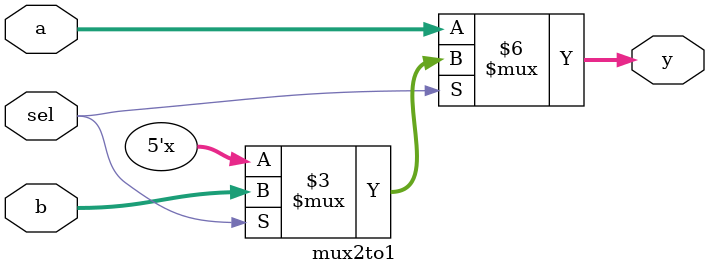
<source format=v>
module mux2to1(y,a,b,sel);
  output reg [4:0] y;
  input wire [4:0] a,b;
  input wire sel;

  always @(*)
    begin
      if(!sel)
        y <= a;
      else if(sel)
        y <= b;
          end
endmodule



</source>
